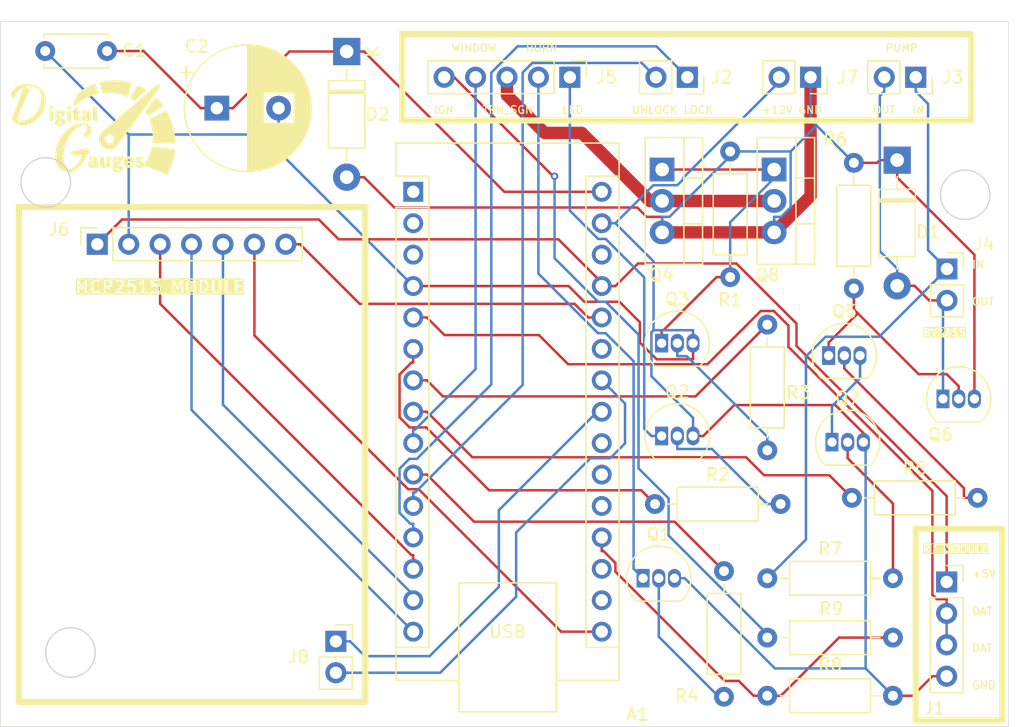
<source format=kicad_pcb>
(kicad_pcb (version 20240108) (generator "pcbnew") (generator_version "8.0")
  (layers (0 "F.Cu" signal) (31 "B.Cu" signal) (34 "B.Paste" user) (35 "F.Paste" user) (36 "B.SilkS" user "B.Silkscreen") (37 "F.SilkS" user "F.Silkscreen") (38 "B.Mask" user) (39 "F.Mask" user) (44 "Edge.Cuts" user))
  (net 0 "")
  (net 2 "/GND")
  (net 3 "/+5V")
  (net 4 "/vidros")
  (net 5 "/INT_MCP")
  (net 8 "/SCK_MCP")
  (net 9 "/unlock")
  (net 11 "/extra1")
  (net 12 "/pos_chave_Uc")
  (net 14 "/CS_MCP")
  (net 15 "/+12V_filtered")
  (net 17 "/sirene_uC")
  (net 18 "/bomba_uC")
  (net 20 "/SO_MCP")
  (net 21 "/lock")
  (net 23 "/DATA")
  (net 24 "/led_central_uC")
  (net 26 "/SI_MCP")
  (net 27 "/seta_uC")
  (net 29 "/extra2")
  (net 30 "/+12V")
  (net 31 "/bomba_out")
  (net 32 "/bomba_in")
  (net 33 "/sirene")
  (net 34 "/pos_chave_signal")
  (net 35 "/led_central")
  (net 36 "/seta")
  (net 37 "Net-(Q1-B)")
  (net 38 "Net-(Q2-B)")
  (net 39 "Net-(Q3-C)")
  (net 40 "Net-(Q3-B)")
  (net 41 "Net-(Q5-B)")
  (net 42 "Net-(Q5-C)")
  (net 43 "Net-(Q5-E)")
  (net 44 "Net-(Q7-B)")
  (footprint "Connector_PinSocket_2.54mm:PinSocket_1x07_P2.54mm_Vertical" (layer "F.Cu") (at 78.34 70.5 90)
    (property "Reference" "J6" (at 1.21 -3.1 180) (layer "F.SilkS"))
    (property "Value" "Conn_01x07_Pin")
    (pad "1" thru_hole rect (at 0 0 90) (size 1.7 1.7) (drill 1) (layers "*.Cu" "*.Mask") (net 3 "/+5V"))
    (pad "2" thru_hole oval (at 0 2.54 90) (size 1.7 1.7) (drill 1) (layers "*.Cu" "*.Mask") (net 2 "/GND"))
    (pad "3" thru_hole oval (at 0 5.08 90) (size 1.7 1.7) (drill 1) (layers "*.Cu" "*.Mask") (net 14 "/CS_MCP"))
    (pad "4" thru_hole oval (at 0 7.62 90) (size 1.7 1.7) (drill 1) (layers "*.Cu" "*.Mask") (net 20 "/SO_MCP"))
    (pad "5" thru_hole oval (at 0 10.16 90) (size 1.7 1.7) (drill 1) (layers "*.Cu" "*.Mask") (net 26 "/SI_MCP"))
    (pad "6" thru_hole oval (at 0 12.7 90) (size 1.7 1.7) (drill 1) (layers "*.Cu" "*.Mask") (net 8 "/SCK_MCP"))
    (pad "7" thru_hole oval (at 0 15.24 90) (size 1.7 1.7) (drill 1) (layers "*.Cu" "*.Mask") (net 5 "/INT_MCP"))
  )
  (footprint "Resistor_THT:R_Axial_DIN0207_L6.3mm_D2.5mm_P10.16mm_Horizontal" (layer "F.Cu") (at 142.66 107 180)
    (property "Reference" "R8" (at 5.08 2.5 180) (layer "F.SilkS"))
    (property "Value" "56k")
    (pad "1" thru_hole circle (at 0 0 180) (size 1.6 1.6) (drill 0.8) (layers "*.Cu" "*.Mask") (net 2 "/GND"))
    (pad "2" thru_hole oval (at 10.16 0 180) (size 1.6 1.6) (drill 0.8) (layers "*.Cu" "*.Mask") (net 12 "/pos_chave_Uc"))
  )
  (footprint "Package_TO_SOT_THT:TO-220-3_Vertical" (layer "F.Cu") (at 133.055 64.46 -90)
    (property "Reference" "Q8" (at 8.54 0.555 0) (layer "F.SilkS"))
    (property "Value" "TIP42C")
    (pad "1" thru_hole rect (at 0 0 270) (size 1.905 2) (drill 1.1) (layers "*.Cu" "*.Mask") (net 39 "Net-(Q3-C)"))
    (pad "2" thru_hole oval (at 2.54 0 270) (size 1.905 2) (drill 1.1) (layers "*.Cu" "*.Mask") (net 36 "/seta"))
    (pad "3" thru_hole oval (at 5.08 0 270) (size 1.905 2) (drill 1.1) (layers "*.Cu" "*.Mask") (net 30 "/+12V"))
  )
  (footprint "Resistor_THT:R_Axial_DIN0207_L6.3mm_D2.5mm_P10.16mm_Horizontal" (layer "F.Cu") (at 132.5 77 -90)
    (property "Reference" "R3" (at 5.5 -2.5 0) (layer "F.SilkS"))
    (property "Value" "1k")
    (pad "1" thru_hole circle (at 0 0 270) (size 1.6 1.6) (drill 0.8) (layers "*.Cu" "*.Mask") (net 27 "/seta_uC"))
    (pad "2" thru_hole oval (at 10.16 0 270) (size 1.6 1.6) (drill 0.8) (layers "*.Cu" "*.Mask") (net 40 "Net-(Q3-B)"))
  )
  (footprint "Capacitor_THT:CP_Radial_D10.0mm_P5.00mm" (layer "F.Cu") (at 88 59.5)
    (property "Reference" "C2" (at -1.632323 -5 0) (layer "F.SilkS"))
    (property "Value" "47u")
    (pad "1" thru_hole rect (at 0 0) (size 2 2) (drill 1) (layers "*.Cu" "*.Mask") (net 15 "/+12V_filtered"))
    (pad "2" thru_hole circle (at 5 0) (size 2 2) (drill 1) (layers "*.Cu" "*.Mask") (net 2 "/GND"))
  )
  (footprint "Resistor_THT:R_Axial_DIN0207_L6.3mm_D2.5mm_P10.16mm_Horizontal" (layer "F.Cu") (at 132.5 97.5)
    (property "Reference" "R7" (at 5.08 -2.37 0) (layer "F.SilkS"))
    (property "Value" "1k")
    (pad "1" thru_hole circle (at 0 0) (size 1.6 1.6) (drill 0.8) (layers "*.Cu" "*.Mask") (net 32 "/bomba_in"))
    (pad "2" thru_hole oval (at 10.16 0) (size 1.6 1.6) (drill 0.8) (layers "*.Cu" "*.Mask") (net 44 "Net-(Q7-B)"))
  )
  (footprint "Resistor_THT:R_Axial_DIN0207_L6.3mm_D2.5mm_P10.16mm_Horizontal" (layer "F.Cu") (at 129 96.92 -90)
    (property "Reference" "R4" (at 10.08 3 0) (layer "F.SilkS"))
    (property "Value" "1k")
    (pad "1" thru_hole circle (at 0 0 270) (size 1.6 1.6) (drill 0.8) (layers "*.Cu" "*.Mask") (net 17 "/sirene_uC"))
    (pad "2" thru_hole oval (at 10.16 0 270) (size 1.6 1.6) (drill 0.8) (layers "*.Cu" "*.Mask") (net 37 "Net-(Q1-B)"))
  )
  (footprint "Resistor_THT:R_Axial_DIN0207_L6.3mm_D2.5mm_P10.16mm_Horizontal" (layer "F.Cu") (at 139.5 63.92 -90)
    (property "Reference" "R6" (at -1.92 1.5 0) (layer "F.SilkS"))
    (property "Value" "1k")
    (pad "1" thru_hole circle (at 0 0 270) (size 1.6 1.6) (drill 0.8) (layers "*.Cu" "*.Mask") (net 30 "/+12V"))
    (pad "2" thru_hole oval (at 10.16 0 270) (size 1.6 1.6) (drill 0.8) (layers "*.Cu" "*.Mask") (net 42 "Net-(Q5-C)"))
  )
  (footprint "Diode_THT:D_DO-41_SOD81_P10.16mm_Horizontal" (layer "F.Cu") (at 143 63.7 -90)
    (property "Reference" "D1" (at 5.8 -2.5 180) (layer "F.SilkS"))
    (property "Value" "1N4007")
    (pad "1" thru_hole rect (at 0 0 270) (size 2.2 2.2) (drill 1.1) (layers "*.Cu" "*.Mask") (net 30 "/+12V"))
    (pad "2" thru_hole oval (at 10.16 0 270) (size 2.2 2.2) (drill 1.1) (layers "*.Cu" "*.Mask") (net 31 "/bomba_out"))
  )
  (footprint "Package_TO_SOT_THT:TO-92_Inline" (layer "F.Cu") (at 123.96 78.5)
    (property "Reference" "Q3" (at 1.27 -3.56 0) (layer "F.SilkS"))
    (property "Value" "BC547")
    (pad "1" thru_hole rect (at 0 0) (size 1.05 1.5) (drill 0.75) (layers "*.Cu" "*.Mask") (net 39 "Net-(Q3-C)"))
    (pad "2" thru_hole oval (at 1.27 0) (size 1.05 1.5) (drill 0.75) (layers "*.Cu" "*.Mask") (net 40 "Net-(Q3-B)"))
    (pad "3" thru_hole oval (at 2.54 0) (size 1.05 1.5) (drill 0.75) (layers "*.Cu" "*.Mask") (net 2 "/GND"))
  )
  (footprint "Connector_PinSocket_2.54mm:PinSocket_1x02_P2.54mm_Vertical" (layer "F.Cu") (at 147.025 72.5)
    (property "Reference" "J4" (at 2.975 -2 0) (layer "F.SilkS"))
    (property "Value" "Conn_01x02_Pin")
    (pad "1" thru_hole rect (at 0 0) (size 1.7 1.7) (drill 1) (layers "*.Cu" "*.Mask") (net 32 "/bomba_in"))
    (pad "2" thru_hole oval (at 0 2.54) (size 1.7 1.7) (drill 1) (layers "*.Cu" "*.Mask") (net 31 "/bomba_out"))
  )
  (footprint "Package_TO_SOT_THT:TO-92_Inline" (layer "F.Cu") (at 137.73 86.5)
    (property "Reference" "Q7" (at 1.27 -3.56 0) (layer "F.SilkS"))
    (property "Value" "BC547")
    (pad "1" thru_hole rect (at 0 0) (size 1.05 1.5) (drill 0.75) (layers "*.Cu" "*.Mask") (net 43 "Net-(Q5-E)"))
    (pad "2" thru_hole oval (at 1.27 0) (size 1.05 1.5) (drill 0.75) (layers "*.Cu" "*.Mask") (net 44 "Net-(Q7-B)"))
    (pad "3" thru_hole oval (at 2.54 0) (size 1.05 1.5) (drill 0.75) (layers "*.Cu" "*.Mask") (net 2 "/GND"))
  )
  (footprint "Module:Arduino_Nano" (layer "F.Cu") (at 103.88 66.26)
    (property "Reference" "A1" (at 18.12 42.24 0) (layer "F.SilkS"))
    (property "Value" "Arduino_Nano_v2.x")
    (fp_text user "USB" (at 7.62 35.56 0) (layer "F.SilkS"))
    (pad "1" thru_hole rect (at 0 0) (size 1.6 1.6) (drill 1) (layers "*.Cu" "*.Mask"))
    (pad "2" thru_hole oval (at 0 2.54) (size 1.6 1.6) (drill 1) (layers "*.Cu" "*.Mask"))
    (pad "3" thru_hole oval (at 0 5.08) (size 1.6 1.6) (drill 1) (layers "*.Cu" "*.Mask"))
    (pad "4" thru_hole oval (at 0 7.62) (size 1.6 1.6) (drill 1) (layers "*.Cu" "*.Mask") (net 2 "/GND"))
    (pad "5" thru_hole oval (at 0 10.16) (size 1.6 1.6) (drill 1) (layers "*.Cu" "*.Mask") (net 23 "/DATA"))
    (pad "6" thru_hole oval (at 0 12.7) (size 1.6 1.6) (drill 1) (layers "*.Cu" "*.Mask") (net 24 "/led_central_uC"))
    (pad "7" thru_hole oval (at 0 15.24) (size 1.6 1.6) (drill 1) (layers "*.Cu" "*.Mask") (net 27 "/seta_uC"))
    (pad "8" thru_hole oval (at 0 17.78) (size 1.6 1.6) (drill 1) (layers "*.Cu" "*.Mask") (net 18 "/bomba_uC"))
    (pad "9" thru_hole oval (at 0 20.32) (size 1.6 1.6) (drill 1) (layers "*.Cu" "*.Mask") (net 4 "/vidros"))
    (pad "10" thru_hole oval (at 0 22.86) (size 1.6 1.6) (drill 1) (layers "*.Cu" "*.Mask") (net 17 "/sirene_uC"))
    (pad "11" thru_hole oval (at 0 25.4) (size 1.6 1.6) (drill 1) (layers "*.Cu" "*.Mask") (net 9 "/unlock"))
    (pad "12" thru_hole oval (at 0 27.94) (size 1.6 1.6) (drill 1) (layers "*.Cu" "*.Mask") (net 21 "/lock"))
    (pad "13" thru_hole oval (at 0 30.48) (size 1.6 1.6) (drill 1) (layers "*.Cu" "*.Mask") (net 14 "/CS_MCP"))
    (pad "14" thru_hole oval (at 0 33.02) (size 1.6 1.6) (drill 1) (layers "*.Cu" "*.Mask") (net 26 "/SI_MCP"))
    (pad "15" thru_hole oval (at 0 35.56) (size 1.6 1.6) (drill 1) (layers "*.Cu" "*.Mask") (net 20 "/SO_MCP"))
    (pad "16" thru_hole oval (at 15.24 35.56) (size 1.6 1.6) (drill 1) (layers "*.Cu" "*.Mask") (net 8 "/SCK_MCP"))
    (pad "17" thru_hole oval (at 15.24 33.02) (size 1.6 1.6) (drill 1) (layers "*.Cu" "*.Mask"))
    (pad "18" thru_hole oval (at 15.24 30.48) (size 1.6 1.6) (drill 1) (layers "*.Cu" "*.Mask"))
    (pad "19" thru_hole oval (at 15.24 27.94) (size 1.6 1.6) (drill 1) (layers "*.Cu" "*.Mask") (net 12 "/pos_chave_Uc"))
    (pad "20" thru_hole oval (at 15.24 25.4) (size 1.6 1.6) (drill 1) (layers "*.Cu" "*.Mask"))
    (pad "21" thru_hole oval (at 15.24 22.86) (size 1.6 1.6) (drill 1) (layers "*.Cu" "*.Mask"))
    (pad "22" thru_hole oval (at 15.24 20.32) (size 1.6 1.6) (drill 1) (layers "*.Cu" "*.Mask"))
    (pad "23" thru_hole oval (at 15.24 17.78) (size 1.6 1.6) (drill 1) (layers "*.Cu" "*.Mask") (net 11 "/extra1"))
    (pad "24" thru_hole oval (at 15.24 15.24) (size 1.6 1.6) (drill 1) (layers "*.Cu" "*.Mask") (net 29 "/extra2"))
    (pad "25" thru_hole oval (at 15.24 12.7) (size 1.6 1.6) (drill 1) (layers "*.Cu" "*.Mask"))
    (pad "26" thru_hole oval (at 15.24 10.16) (size 1.6 1.6) (drill 1) (layers "*.Cu" "*.Mask") (net 5 "/INT_MCP"))
    (pad "27" thru_hole oval (at 15.24 7.62) (size 1.6 1.6) (drill 1) (layers "*.Cu" "*.Mask") (net 3 "/+5V"))
    (pad "28" thru_hole oval (at 15.24 5.08) (size 1.6 1.6) (drill 1) (layers "*.Cu" "*.Mask"))
    (pad "29" thru_hole oval (at 15.24 2.54) (size 1.6 1.6) (drill 1) (layers "*.Cu" "*.Mask") (net 2 "/GND"))
    (pad "30" thru_hole oval (at 15.24 0) (size 1.6 1.6) (drill 1) (layers "*.Cu" "*.Mask") (net 15 "/+12V_filtered"))
  )
  (footprint "Connector_PinSocket_2.54mm:PinSocket_1x02_P2.54mm_Vertical" (layer "F.Cu") (at 136 57 -90)
    (property "Reference" "J7" (at 0 -3 0) (layer "F.SilkS"))
    (property "Value" "Conn_01x02_Pin")
    (pad "1" thru_hole rect (at 0 0 270) (size 1.7 1.7) (drill 1) (layers "*.Cu" "*.Mask") (net 30 "/+12V"))
    (pad "2" thru_hole oval (at 0 2.54 270) (size 1.7 1.7) (drill 1) (layers "*.Cu" "*.Mask") (net 2 "/GND"))
  )
  (footprint "Connector_PinSocket_2.54mm:PinSocket_1x04_P2.54mm_Vertical" (layer "F.Cu") (at 147 97.8)
    (property "Reference" "J1" (at -1 10.2 0) (layer "F.SilkS"))
    (property "Value" "Conn_01x04_Pin")
    (pad "1" thru_hole rect (at 0 0) (size 1.7 1.7) (drill 1) (layers "*.Cu" "*.Mask") (net 3 "/+5V"))
    (pad "2" thru_hole oval (at 0 2.54) (size 1.7 1.7) (drill 1) (layers "*.Cu" "*.Mask") (net 23 "/DATA"))
    (pad "3" thru_hole oval (at 0 5.08) (size 1.7 1.7) (drill 1) (layers "*.Cu" "*.Mask") (net 23 "/DATA"))
    (pad "4" thru_hole oval (at 0 7.62) (size 1.7 1.7) (drill 1) (layers "*.Cu" "*.Mask") (net 2 "/GND"))
  )
  (footprint "Resistor_THT:R_Axial_DIN0207_L6.3mm_D2.5mm_P10.16mm_Horizontal" (layer "F.Cu") (at 123.42 91.5)
    (property "Reference" "R2" (at 5.08 -2.37 0) (layer "F.SilkS"))
    (property "Value" "1k")
    (pad "1" thru_hole circle (at 0 0) (size 1.6 1.6) (drill 0.8) (layers "*.Cu" "*.Mask") (net 24 "/led_central_uC"))
    (pad "2" thru_hole oval (at 10.16 0) (size 1.6 1.6) (drill 0.8) (layers "*.Cu" "*.Mask") (net 38 "Net-(Q2-B)"))
  )
  (footprint "Package_TO_SOT_THT:TO-220-3_Vertical" (layer "F.Cu") (at 124 64.46 -90)
    (property "Reference" "Q4" (at 8.54 0.055 0) (layer "F.SilkS"))
    (property "Value" "TIP42C")
    (pad "1" thru_hole rect (at 0 0 270) (size 1.905 2) (drill 1.1) (layers "*.Cu" "*.Mask") (net 39 "Net-(Q3-C)"))
    (pad "2" thru_hole oval (at 2.54 0 270) (size 1.905 2) (drill 1.1) (layers "*.Cu" "*.Mask") (net 36 "/seta"))
    (pad "3" thru_hole oval (at 5.08 0 270) (size 1.905 2) (drill 1.1) (layers "*.Cu" "*.Mask") (net 30 "/+12V"))
  )
  (footprint "Package_TO_SOT_THT:TO-92_Inline" (layer "F.Cu") (at 137.46 79.5)
    (property "Reference" "Q5" (at 1.27 -3.56 0) (layer "F.SilkS"))
    (property "Value" "BC547")
    (pad "1" thru_hole rect (at 0 0) (size 1.05 1.5) (drill 0.75) (layers "*.Cu" "*.Mask") (net 42 "Net-(Q5-C)"))
    (pad "2" thru_hole oval (at 1.27 0) (size 1.05 1.5) (drill 0.75) (layers "*.Cu" "*.Mask") (net 41 "Net-(Q5-B)"))
    (pad "3" thru_hole oval (at 2.54 0) (size 1.05 1.5) (drill 0.75) (layers "*.Cu" "*.Mask") (net 43 "Net-(Q5-E)"))
  )
  (footprint "Connector_PinSocket_2.54mm:PinSocket_1x02_P2.54mm_Vertical" (layer "F.Cu") (at 97.625 102.6)
    (property "Reference" "J8" (at -3.025 1.25 0) (layer "F.SilkS"))
    (property "Value" "Conn_01x02_Pin")
    (pad "1" thru_hole rect (at 0 0) (size 1.7 1.7) (drill 1) (layers "*.Cu" "*.Mask") (net 11 "/extra1"))
    (pad "2" thru_hole oval (at 0 2.54) (size 1.7 1.7) (drill 1) (layers "*.Cu" "*.Mask") (net 29 "/extra2"))
  )
  (footprint "Connector_PinSocket_2.54mm:PinSocket_1x02_P2.54mm_Vertical" (layer "F.Cu") (at 144.5 57 -90)
    (property "Reference" "J3" (at 0 -3 180) (layer "F.SilkS"))
    (property "Value" "Conn_01x02_Pin")
    (pad "1" thru_hole rect (at 0 0 270) (size 1.7 1.7) (drill 1) (layers "*.Cu" "*.Mask") (net 32 "/bomba_in"))
    (pad "2" thru_hole oval (at 0 2.54 270) (size 1.7 1.7) (drill 1) (layers "*.Cu" "*.Mask") (net 31 "/bomba_out"))
  )
  (footprint "Resistor_THT:R_Axial_DIN0207_L6.3mm_D2.5mm_P10.16mm_Horizontal" (layer "F.Cu") (at 129.5 63 -90)
    (property "Reference" "R1" (at 12 0 0) (layer "F.SilkS"))
    (property "Value" "1k")
    (pad "1" thru_hole circle (at 0 0 270) (size 1.6 1.6) (drill 0.8) (layers "*.Cu" "*.Mask") (net 30 "/+12V"))
    (pad "2" thru_hole oval (at 10.16 0 270) (size 1.6 1.6) (drill 0.8) (layers "*.Cu" "*.Mask") (net 39 "Net-(Q3-C)"))
  )
  (footprint "Resistor_THT:R_Axial_DIN0207_L6.3mm_D2.5mm_P10.16mm_Horizontal" (layer "F.Cu") (at 142.66 102.3 180)
    (property "Reference" "R9" (at 5 2.34 180) (layer "F.SilkS"))
    (property "Value" "100k")
    (pad "1" thru_hole circle (at 0 0 180) (size 1.6 1.6) (drill 0.8) (layers "*.Cu" "*.Mask") (net 12 "/pos_chave_Uc"))
    (pad "2" thru_hole oval (at 10.16 0 180) (size 1.6 1.6) (drill 0.8) (layers "*.Cu" "*.Mask") (net 34 "/pos_chave_signal"))
  )
  (footprint "Package_TO_SOT_THT:TO-92_Inline" (layer "F.Cu") (at 122.46 97.5)
    (property "Reference" "Q1" (at 1.27 -3.56 0) (layer "F.SilkS"))
    (property "Value" "BC547")
    (pad "1" thru_hole rect (at 0 0) (size 1.05 1.5) (drill 0.75) (layers "*.Cu" "*.Mask") (net 33 "/sirene"))
    (pad "2" thru_hole oval (at 1.27 0) (size 1.05 1.5) (drill 0.75) (layers "*.Cu" "*.Mask") (net 37 "Net-(Q1-B)"))
    (pad "3" thru_hole oval (at 2.54 0) (size 1.05 1.5) (drill 0.75) (layers "*.Cu" "*.Mask") (net 2 "/GND"))
  )
  (footprint "Connector_PinSocket_2.54mm:PinSocket_1x02_P2.54mm_Vertical" (layer "F.Cu") (at 126.04 57 -90)
    (property "Reference" "J2" (at 0 -2.77 0) (layer "F.SilkS"))
    (property "Value" "Conn_01x02_Pin")
    (pad "1" thru_hole rect (at 0 0 270) (size 1.7 1.7) (drill 1) (layers "*.Cu" "*.Mask") (net 21 "/lock"))
    (pad "2" thru_hole oval (at 0 2.54 270) (size 1.7 1.7) (drill 1) (layers "*.Cu" "*.Mask") (net 9 "/unlock"))
  )
  (footprint "Diode_THT:D_DO-41_SOD81_P10.16mm_Horizontal" (layer "F.Cu") (at 98.5 54.92 -90)
    (property "Reference" "D2" (at 5.08 -2.5 0) (layer "F.SilkS"))
    (property "Value" "1N4007")
    (fp_text user "K" (at 0 -2.1 90) (layer "F.SilkS"))
    (pad "1" thru_hole rect (at 0 0 270) (size 2.2 2.2) (drill 1.1) (layers "*.Cu" "*.Mask") (net 15 "/+12V_filtered"))
    (pad "2" thru_hole oval (at 10.16 0 270) (size 2.2 2.2) (drill 1.1) (layers "*.Cu" "*.Mask") (net 30 "/+12V"))
  )
  (footprint "Connector_PinHeader_2.54mm:PinHeader_1x05_P2.54mm_Vertical" (layer "F.Cu") (at 116.54 57 -90)
    (property "Reference" "J5" (at 0 -2.96 0) (layer "F.SilkS"))
    (property "Value" "Conn_01x05_Pin")
    (pad "1" thru_hole rect (at 0 0 270) (size 1.7 1.7) (drill 1) (layers "*.Cu" "*.Mask") (net 35 "/led_central"))
    (pad "2" thru_hole oval (at 0 2.54 270) (size 1.7 1.7) (drill 1) (layers "*.Cu" "*.Mask") (net 33 "/sirene"))
    (pad "3" thru_hole oval (at 0 5.08 270) (size 1.7 1.7) (drill 1) (layers "*.Cu" "*.Mask") (net 36 "/seta"))
    (pad "4" thru_hole oval (at 0 7.62 270) (size 1.7 1.7) (drill 1) (layers "*.Cu" "*.Mask") (net 4 "/vidros"))
    (pad "5" thru_hole oval (at 0 10.16 270) (size 1.7 1.7) (drill 1) (layers "*.Cu" "*.Mask") (net 34 "/pos_chave_signal"))
  )
  (footprint "Package_TO_SOT_THT:TO-92_Inline" (layer "F.Cu") (at 123.96 86)
    (property "Reference" "Q2" (at 1.27 -3.56 0) (layer "F.SilkS"))
    (property "Value" "BC547")
    (pad "1" thru_hole rect (at 0 0) (size 1.05 1.5) (drill 0.75) (layers "*.Cu" "*.Mask") (net 35 "/led_central"))
    (pad "2" thru_hole oval (at 1.27 0) (size 1.05 1.5) (drill 0.75) (layers "*.Cu" "*.Mask") (net 38 "Net-(Q2-B)"))
    (pad "3" thru_hole oval (at 2.54 0) (size 1.05 1.5) (drill 0.75) (layers "*.Cu" "*.Mask") (net 2 "/GND"))
  )
  (footprint "Resistor_THT:R_Axial_DIN0207_L6.3mm_D2.5mm_P10.16mm_Horizontal" (layer "F.Cu") (at 139.34 91)
    (property "Reference" "R5" (at 5.08 -2.37 0) (layer "F.SilkS"))
    (property "Value" "1k")
    (pad "1" thru_hole circle (at 0 0) (size 1.6 1.6) (drill 0.8) (layers "*.Cu" "*.Mask") (net 18 "/bomba_uC"))
    (pad "2" thru_hole oval (at 10.16 0) (size 1.6 1.6) (drill 0.8) (layers "*.Cu" "*.Mask") (net 41 "Net-(Q5-B)"))
  )
  (footprint "logo:20mm" (layer "F.Cu") (at 78.63 60)
    (property "Reference" "G***" (hide yes))
    (property "Value" "LOGO" (hide yes))
  )
  (footprint "Capacitor_THT:C_Disc_D5.0mm_W2.5mm_P5.00mm" (layer "F.Cu") (at 79.13 54.88 180)
    (property "Reference" "C1" (at -2.21 0.05 180) (layer "F.SilkS"))
    (property "Value" "100n")
    (pad "1" thru_hole circle (at 0 0 180) (size 1.6 1.6) (drill 0.8) (layers "*.Cu" "*.Mask") (net 15 "/+12V_filtered"))
    (pad "2" thru_hole circle (at 5 0 180) (size 1.6 1.6) (drill 0.8) (layers "*.Cu" "*.Mask") (net 2 "/GND"))
  )
  (footprint "Package_TO_SOT_THT:TO-92_Inline" (layer "F.Cu") (at 146.705 83)
    (property "Reference" "Q6" (at -0.205 2.89 0) (layer "F.SilkS"))
    (property "Value" "BC557")
    (pad "1" thru_hole rect (at 0 0) (size 1.05 1.5) (drill 0.75) (layers "*.Cu" "*.Mask") (net 31 "/bomba_out"))
    (pad "2" thru_hole oval (at 1.27 0) (size 1.05 1.5) (drill 0.75) (layers "*.Cu" "*.Mask") (net 42 "Net-(Q5-C)"))
    (pad "3" thru_hole oval (at 2.54 0) (size 1.05 1.5) (drill 0.75) (layers "*.Cu" "*.Mask") (net 30 "/+12V"))
  )
  (gr_rect (start 103 53.5) (end 149 60.5) (stroke (width 0.5)) (fill none) (layer "F.SilkS"))
  (gr_rect (start 144.5 93.5) (end 151.5 109) (stroke (width 0.5)) (fill none) (layer "F.SilkS"))
  (gr_rect (start 72 67.5) (end 100 107.5) (stroke (width 0.5)) (fill none) (layer "F.SilkS"))
  (gr_rect (start 70.5 52.5) (end 152 109.5) (stroke (width 0.05)) (fill none) (layer "Edge.Cuts"))
  (gr_circle (center 76.171573 103.5) (end 78.171573 103.5) (stroke (width 0.1)) (fill none) (layer "Edge.Cuts"))
  (gr_circle (center 148.5 66.5) (end 150.5 66.5) (stroke (width 0.1)) (fill none) (layer "Edge.Cuts"))
  (gr_circle (center 74.171573 65.5) (end 76.171573 65.5) (stroke (width 0.1)) (fill none) (layer "Edge.Cuts"))
  (gr_text "UNLOCK LOCK" (at 121.5 60 0) (layer "F.SilkS") (effects (font (size 0.62 0.62) (thickness 0.1)) (justify left bottom)))
  (gr_text "OUT   IN" (at 141 60 0) (layer "F.SilkS") (effects (font (size 0.62 0.62) (thickness 0.1)) (justify left bottom)))
  (gr_text "+12V GND" (at 132 60 0) (layer "F.SilkS") (effects (font (size 0.62 0.62) (thickness 0.1)) (justify left bottom)))
  (gr_text "BYPASS" (at 145.025 78 0) (layer "F.SilkS" knockout) (effects (font (size 0.62 0.62) (thickness 0.1)) (justify left bottom)))
  (gr_text "   WINDOW     HORN" (at 105.5 55 0) (layer "F.SilkS") (effects (font (size 0.62 0.62) (thickness 0.1)) (justify left bottom)))
  (gr_text "IN\n\n\nOUT" (at 149 75.5 0) (layer "F.SilkS") (effects (font (size 0.62 0.62) (thickness 0.1)) (justify left bottom)))
  (gr_text "IGN     TRN_SGN     LED" (at 105.5 60 0) (layer "F.SilkS") (effects (font (size 0.62 0.62) (thickness 0.1)) (justify left bottom)))
  (gr_text "MCP2515 MODULE\n" (at 76.48 74.54 0) (layer "F.SilkS" knockout) (effects (font (size 1 1) (thickness 0.1)) (justify left bottom)))
  (gr_text "RF MODULE" (at 145 95.5 0) (layer "F.SilkS" knockout) (effects (font (size 0.62 0.62) (thickness 0.1)) (justify left bottom)))
  (gr_text "+5V\n\n\nDAT\n\n\nDAT\n\n\nGND" (at 149 106.5 0) (layer "F.SilkS") (effects (font (size 0.62 0.62) (thickness 0.1)) (justify left bottom)))
  (gr_text "PUMP" (at 142 55 0) (layer "F.SilkS") (effects (font (size 0.62 0.62) (thickness 0.1)) (justify left bottom)))
  (segment (start 140.27 85.77) (end 140.27 86.5) (width 0.2) (layer "F.Cu") (net 2))
  (segment (start 117.709 75.15) (end 120.55 75.15) (width 0.2) (layer "F.Cu") (net 2))
  (segment (start 127.327 86) (end 129.827 83.5) (width 0.2) (layer "F.Cu") (net 2))
  (segment (start 126.5 86) (end 127.327 86) (width 0.2) (layer "F.Cu") (net 2))
  (segment (start 126.5 79.8) (end 126.5 78.5) (width 0.2) (layer "F.Cu") (net 2))
  (segment (start 116.439 73.88) (end 117.709 75.15) (width 0.2) (layer "F.Cu") (net 2))
  (segment (start 144.268 107) (end 142.66 107) (width 0.2) (layer "F.Cu") (net 2))
  (segment (start 103.88 73.88) (end 116.439 73.88) (width 0.2) (layer "F.Cu") (net 2))
  (segment (start 120.55 75.15) (end 122.2 76.8) (width 0.2) (layer "F.Cu") (net 2))
  (segment (start 145.848 105.42) (end 144.268 107) (width 0.2) (layer "F.Cu") (net 2))
  (segment (start 138 83.5) (end 140.27 85.77) (width 0.2) (layer "F.Cu") (net 2))
  (segment (start 123.558 79.8) (end 126.5 79.8) (width 0.2) (layer "F.Cu") (net 2))
  (segment (start 147 105.42) (end 145.848 105.42) (width 0.2) (layer "F.Cu") (net 2))
  (segment (start 122.2 78.4417) (end 123.558 79.8) (width 0.2) (layer "F.Cu") (net 2))
  (segment (start 122.2 76.8) (end 122.2 78.4417) (width 0.2) (layer "F.Cu") (net 2))
  (segment (start 129.827 83.5) (end 138 83.5) (width 0.2) (layer "F.Cu") (net 2))
  (segment (start 80.88 61.63) (end 80.88 70.5) (width 0.2) (layer "B.Cu") (net 2))
  (segment (start 91.63 61.63) (end 80.88 61.63) (width 0.2) (layer "B.Cu") (net 2))
  (segment (start 126.5 86) (end 126.5 84.5356) (width 0.2) (layer "B.Cu") (net 2))
  (segment (start 140.451 104.791) (end 133.118 104.791) (width 0.2) (layer "B.Cu") (net 2))
  (segment (start 103.88 73.88) (end 93 63) (width 0.2) (layer "B.Cu") (net 2))
  (segment (start 120.222 68.8) (end 123.31 71.8883) (width 0.2) (layer "B.Cu") (net 2))
  (segment (start 119.12 68.8) (end 120.222 68.8) (width 0.2) (layer "B.Cu") (net 2))
  (segment (start 74.13 54.88) (end 80.88 61.63) (width 0.2) (layer "B.Cu") (net 2))
  (segment (start 133.118 104.791) (end 125.827 97.5) (width 0.2) (layer "B.Cu") (net 2))
  (segment (start 93 63) (end 91.63 61.63) (width 0.2) (layer "B.Cu") (net 2))
  (segment (start 123.133 77.625) (end 123.31 77.4483) (width 0.2) (layer "B.Cu") (net 2))
  (segment (start 140.451 104.791) (end 142.66 107) (width 0.2) (layer "B.Cu") (net 2))
  (segment (start 125.73 65.1052) (end 125.73 65.2302) (width 0.2) (layer "B.Cu") (net 2))
  (segment (start 133.46 57.375) (end 125.73 65.1052) (width 0.2) (layer "B.Cu") (net 2))
  (segment (start 125.73 65.2302) (end 125.23 65.73) (width 0.2) (layer "B.Cu") (net 2))
  (segment (start 125.23 65.73) (end 123.292 65.73) (width 0.2) (layer "B.Cu") (net 2))
  (segment (start 93 63) (end 93 59.5) (width 0.2) (layer "B.Cu") (net 2))
  (segment (start 123.133 81.1689) (end 123.133 77.625) (width 0.2) (layer "B.Cu") (net 2))
  (segment (start 126.5 77.4483) (end 126.5 78.5) (width 0.2) (layer "B.Cu") (net 2))
  (segment (start 140.451 86.6812) (end 140.451 104.791) (width 0.2) (layer "B.Cu") (net 2))
  (segment (start 125.827 97.5) (end 125 97.5) (width 0.2) (layer "B.Cu") (net 2))
  (segment (start 123.31 71.8883) (end 123.31 77.4483) (width 0.2) (layer "B.Cu") (net 2))
  (segment (start 140.27 86.5) (end 140.451 86.6812) (width 0.2) (layer "B.Cu") (net 2))
  (segment (start 133.46 57) (end 133.46 57.375) (width 0.2) (layer "B.Cu") (net 2))
  (segment (start 126.5 84.5356) (end 123.133 81.1689) (width 0.2) (layer "B.Cu") (net 2))
  (segment (start 123.31 77.4483) (end 126.5 77.4483) (width 0.2) (layer "B.Cu") (net 2))
  (segment (start 123.292 65.73) (end 120.222 68.8) (width 0.2) (layer "B.Cu") (net 2))
  (segment (start 119.12 73.88) (end 119.396 73.88) (width 0.2) (layer "F.Cu") (net 3))
  (segment (start 119.396 73.88) (end 120.222 73.88) (width 0.2) (layer "F.Cu") (net 3))
  (segment (start 78.34 70.5) (end 80.34 68.5) (width 0.2) (layer "F.Cu") (net 3))
  (segment (start 115.615 70.0998) (end 119.396 73.88) (width 0.2) (layer "F.Cu") (net 3))
  (segment (start 130.006 72.0576) (end 134.863 76.9146) (width 0.2) (layer "F.Cu") (net 3))
  (segment (start 80.34 68.5) (end 96.25 68.5) (width 0.2) (layer "F.Cu") (net 3))
  (segment (start 96.25 68.5) (end 97.8498 70.0998) (width 0.2) (layer "F.Cu") (net 3))
  (segment (start 147 90.8598) (end 147 97.8) (width 0.2) (layer "F.Cu") (net 3))
  (segment (start 120.222 73.88) (end 122.044 72.0576) (width 0.2) (layer "F.Cu") (net 3))
  (segment (start 134.863 76.9146) (end 134.863 78.7225) (width 0.2) (layer "F.Cu") (net 3))
  (segment (start 134.863 78.7225) (end 147 90.8598) (width 0.2) (layer "F.Cu") (net 3))
  (segment (start 122.044 72.0576) (end 130.006 72.0576) (width 0.2) (layer "F.Cu") (net 3))
  (segment (start 97.8498 70.0998) (end 115.615 70.0998) (width 0.2) (layer "F.Cu") (net 3))
  (segment (start 103.88 85.4783) (end 103.88 86.58) (width 0.2) (layer "B.Cu") (net 4))
  (segment (start 108.92 57) (end 108.92 80.5972) (width 0.2) (layer "B.Cu") (net 4))
  (segment (start 104.039 85.4783) (end 103.88 85.4783) (width 0.2) (layer "B.Cu") (net 4))
  (segment (start 108.92 80.5972) (end 104.039 85.4783) (width 0.2) (layer "B.Cu") (net 4))
  (segment (start 93.58 70.5) (end 94.7317 70.5) (width 0.2) (layer "F.Cu") (net 5))
  (segment (start 116.917 75.3183) (end 118.018 76.42) (width 0.2) (layer "F.Cu") (net 5))
  (segment (start 118.018 76.42) (end 119.12 76.42) (width 0.2) (layer "F.Cu") (net 5))
  (segment (start 94.7317 70.5) (end 99.55 75.3183) (width 0.2) (layer "F.Cu") (net 5))
  (segment (start 99.55 75.3183) (end 116.917 75.3183) (width 0.2) (layer "F.Cu") (net 5))
  (segment (start 115.84 101.82) (end 104.324 90.3039) (width 0.2) (layer "F.Cu") (net 8))
  (segment (start 119.12 101.82) (end 115.84 101.82) (width 0.2) (layer "F.Cu") (net 8))
  (segment (start 91.04 77.8727) (end 91.04 70.5) (width 0.2) (layer "F.Cu") (net 8))
  (segment (start 104.324 90.3039) (end 103.471 90.3039) (width 0.2) (layer "F.Cu") (net 8))
  (segment (start 103.471 90.3039) (end 91.04 77.8727) (width 0.2) (layer "F.Cu") (net 8))
  (segment (start 103.88 91.66) (end 103.88 90.5583) (width 0.2) (layer "B.Cu") (net 9))
  (segment (start 112.727 81.8703) (end 112.727 56.6191) (width 0.2) (layer "B.Cu") (net 9))
  (segment (start 122.347 55.8468) (end 123.5 57) (width 0.2) (layer "B.Cu") (net 9))
  (segment (start 103.88 90.5583) (end 104.039 90.5583) (width 0.2) (layer "B.Cu") (net 9))
  (segment (start 112.727 56.6191) (end 113.499 55.8468) (width 0.2) (layer "B.Cu") (net 9))
  (segment (start 113.499 55.8468) (end 122.347 55.8468) (width 0.2) (layer "B.Cu") (net 9))
  (segment (start 104.039 90.5583) (end 112.727 81.8703) (width 0.2) (layer "B.Cu") (net 9))
  (segment (start 105.2 103.8) (end 99.9767 103.8) (width 0.2) (layer "B.Cu") (net 11))
  (segment (start 110.8 98.2) (end 105.2 103.8) (width 0.2) (layer "B.Cu") (net 11))
  (segment (start 119.12 84.04) (end 118.76 84.04) (width 0.2) (layer "B.Cu") (net 11))
  (segment (start 110.8 92) (end 110.8 98.2) (width 0.2) (layer "B.Cu") (net 11))
  (segment (start 118.76 84.04) (end 110.8 92) (width 0.2) (layer "B.Cu") (net 11))
  (segment (start 99.9767 103.8) (end 98.7767 102.6) (width 0.2) (layer "B.Cu") (net 11))
  (segment (start 98.7767 102.6) (end 97.625 102.6) (width 0.2) (layer "B.Cu") (net 11))
  (segment (start 120.222 96.9634) (end 120.222 96.2656) (width 0.2) (layer "F.Cu") (net 12))
  (segment (start 130.198 105.8) (end 129.058 105.8) (width 0.2) (layer "F.Cu") (net 12))
  (segment (start 119.258 95.3017) (end 119.12 95.3017) (width 0.2) (layer "F.Cu") (net 12))
  (segment (start 132.5 107) (end 131.398 107) (width 0.2) (layer "F.Cu") (net 12))
  (segment (start 131.398 107) (end 130.198 105.8) (width 0.2) (layer "F.Cu") (net 12))
  (segment (start 138.302 102.3) (end 142.66 102.3) (width 0.2) (layer "F.Cu") (net 12))
  (segment (start 129.058 105.8) (end 120.222 96.9634) (width 0.2) (layer "F.Cu") (net 12))
  (segment (start 120.222 96.2656) (end 119.258 95.3017) (width 0.2) (layer "F.Cu") (net 12))
  (segment (start 132.5 107) (end 133.602 107) (width 0.2) (layer "F.Cu") (net 12))
  (segment (start 133.602 107) (end 138.302 102.3) (width 0.2) (layer "F.Cu") (net 12))
  (segment (start 119.12 95.3017) (end 119.12 94.2) (width 0.2) (layer "F.Cu") (net 12))
  (segment (start 103.88 95.6383) (end 103.742 95.6383) (width 0.2) (layer "F.Cu") (net 14))
  (segment (start 103.742 95.6383) (end 83.42 75.316) (width 0.2) (layer "F.Cu") (net 14))
  (segment (start 103.88 96.74) (end 103.88 95.6383) (width 0.2) (layer "F.Cu") (net 14))
  (segment (start 83.42 75.316) (end 83.42 70.5) (width 0.2) (layer "F.Cu") (net 14))
  (segment (start 111.242 66.26) (end 99.9017 54.92) (width 0.2) (layer "F.Cu") (net 15))
  (segment (start 89.3017 59.5) (end 88 59.5) (width 0.2) (layer "F.Cu") (net 15))
  (segment (start 93.8817 54.92) (end 89.3017 59.5) (width 0.2) (layer "F.Cu") (net 15))
  (segment (start 119.12 66.26) (end 111.242 66.26) (width 0.2) (layer "F.Cu") (net 15))
  (segment (start 88 59.5) (end 86.6983 59.5) (width 0.2) (layer "F.Cu") (net 15))
  (segment (start 98.5 54.92) (end 93.8817 54.92) (width 0.2) (layer "F.Cu") (net 15))
  (segment (start 99.9017 54.92) (end 98.5 54.92) (width 0.2) (layer "F.Cu") (net 15))
  (segment (start 82.0783 54.88) (end 79.13 54.88) (width 0.2) (layer "F.Cu") (net 15))
  (segment (start 86.6983 59.5) (end 82.0783 54.88) (width 0.2) (layer "F.Cu") (net 15))
  (segment (start 104.982 89.12) (end 103.88 89.12) (width 0.2) (layer "F.Cu") (net 17))
  (segment (start 125.01 92.93) (end 108.792 92.93) (width 0.2) (layer "F.Cu") (net 17))
  (segment (start 129 96.92) (end 125.01 92.93) (width 0.2) (layer "F.Cu") (net 17))
  (segment (start 108.792 92.93) (end 104.982 89.12) (width 0.2) (layer "F.Cu") (net 17))
  (segment (start 132.242 89.1742) (end 137.514 89.1742) (width 0.2) (layer "F.Cu") (net 18))
  (segment (start 103.88 84.04) (end 104.982 84.04) (width 0.2) (layer "F.Cu") (net 18))
  (segment (start 130.788 87.7197) (end 132.242 89.1742) (width 0.2) (layer "F.Cu") (net 18))
  (segment (start 104.982 84.04) (end 108.661 87.7197) (width 0.2) (layer "F.Cu") (net 18))
  (segment (start 137.514 89.1742) (end 139.34 91) (width 0.2) (layer "F.Cu") (net 18))
  (segment (start 108.661 87.7197) (end 130.788 87.7197) (width 0.2) (layer "F.Cu") (net 18))
  (segment (start 103.88 101.82) (end 85.96 83.9) (width 0.2) (layer "B.Cu") (net 20))
  (segment (start 85.96 83.9) (end 85.96 70.5) (width 0.2) (layer "B.Cu") (net 20))
  (segment (start 104.175 87.85) (end 103.565 87.85) (width 0.2) (layer "B.Cu") (net 21))
  (segment (start 103.652 93.0983) (end 103.88 93.0983) (width 0.2) (layer "B.Cu") (net 21))
  (segment (start 103.565 87.85) (end 102.774 88.6406) (width 0.2) (layer "B.Cu") (net 21))
  (segment (start 102.774 88.6406) (end 102.774 92.2206) (width 0.2) (layer "B.Cu") (net 21))
  (segment (start 103.88 93.0983) (end 103.88 94.2) (width 0.2) (layer "B.Cu") (net 21))
  (segment (start 126.04 57) (end 123.54 54.5) (width 0.2) (layer "B.Cu") (net 21))
  (segment (start 110.19 81.835) (end 104.175 87.85) (width 0.2) (layer "B.Cu") (net 21))
  (segment (start 102.774 92.2206) (end 103.652 93.0983) (width 0.2) (layer "B.Cu") (net 21))
  (segment (start 112.318 54.5) (end 110.19 56.6283) (width 0.2) (layer "B.Cu") (net 21))
  (segment (start 123.54 54.5) (end 112.318 54.5) (width 0.2) (layer "B.Cu") (net 21))
  (segment (start 110.19 56.6283) (end 110.19 81.835) (width 0.2) (layer "B.Cu") (net 21))
  (segment (start 147 99.1883) (end 147 100.34) (width 0.2) (layer "F.Cu") (net 23))
  (segment (start 145.848 98.8284) (end 146.208 99.1883) (width 0.2) (layer "F.Cu") (net 23))
  (segment (start 103.88 76.42) (end 104.982 76.42) (width 0.2) (layer "F.Cu") (net 23))
  (segment (start 133.031 75.8956) (end 134.213 77.0773) (width 0.2) (layer "F.Cu") (net 23))
  (segment (start 145.848 90.4377) (end 145.848 98.8284) (width 0.2) (layer "F.Cu") (net 23))
  (segment (start 104.982 76.42) (end 106.403 77.8417) (width 0.2) (layer "F.Cu") (net 23))
  (segment (start 106.403 77.8417) (end 114.042 77.8417) (width 0.2) (layer "F.Cu") (net 23))
  (segment (start 127.663 80.2) (end 131.968 75.8956) (width 0.2) (layer "F.Cu") (net 23))
  (segment (start 146.208 99.1883) (end 147 99.1883) (width 0.2) (layer "F.Cu") (net 23))
  (segment (start 116.4 80.2) (end 127.663 80.2) (width 0.2) (layer "F.Cu") (net 23))
  (segment (start 134.213 77.0773) (end 134.213 78.8022) (width 0.2) (layer "F.Cu") (net 23))
  (segment (start 134.213 78.8022) (end 145.848 90.4377) (width 0.2) (layer "F.Cu") (net 23))
  (segment (start 131.968 75.8956) (end 133.031 75.8956) (width 0.2) (layer "F.Cu") (net 23))
  (segment (start 114.042 77.8417) (end 116.4 80.2) (width 0.2) (layer "F.Cu") (net 23))
  (segment (start 147 102.88) (end 147 100.34) (width 0.2) (layer "B.Cu") (net 23))
  (segment (start 103.88 80.0617) (end 103.88 78.96) (width 0.2) (layer "F.Cu") (net 24))
  (segment (start 123.42 91.5) (end 122.308 90.3885) (width 0.2) (layer "F.Cu") (net 24))
  (segment (start 102.775 81.0288) (end 103.742 80.0617) (width 0.2) (layer "F.Cu") (net 24))
  (segment (start 104.935 85.31) (end 103.591 85.31) (width 0.2) (layer "F.Cu") (net 24))
  (segment (start 102.775 84.4945) (end 102.775 81.0288) (width 0.2) (layer "F.Cu") (net 24))
  (segment (start 103.591 85.31) (end 102.775 84.4945) (width 0.2) (layer "F.Cu") (net 24))
  (segment (start 103.742 80.0617) (end 103.88 80.0617) (width 0.2) (layer "F.Cu") (net 24))
  (segment (start 122.308 90.3885) (end 110.014 90.3885) (width 0.2) (layer "F.Cu") (net 24))
  (segment (start 110.014 90.3885) (end 104.935 85.31) (width 0.2) (layer "F.Cu") (net 24))
  (segment (start 103.88 99.28) (end 103.88 98.848) (width 0.2) (layer "B.Cu") (net 26))
  (segment (start 103.88 98.848) (end 88.5 83.468) (width 0.2) (layer "B.Cu") (net 26))
  (segment (start 88.5 83.468) (end 88.5 70.5) (width 0.2) (layer "B.Cu") (net 26))
  (segment (start 106.282 82.8) (end 126.7 82.8) (width 0.2) (layer "F.Cu") (net 27))
  (segment (start 126.7 82.8) (end 132.5 77) (width 0.2) (layer "F.Cu") (net 27))
  (segment (start 103.88 81.5) (end 104.982 81.5) (width 0.2) (layer "F.Cu") (net 27))
  (segment (start 104.982 81.5) (end 106.282 82.8) (width 0.2) (layer "F.Cu") (net 27))
  (segment (start 106.06 105.14) (end 97.625 105.14) (width 0.2) (layer "B.Cu") (net 29))
  (segment (start 121 83.38) (end 121 86.6) (width 0.2) (layer "B.Cu") (net 29))
  (segment (start 121 86.6) (end 119.8 87.8) (width 0.2) (layer "B.Cu") (net 29))
  (segment (start 118.2 87.8) (end 112.2 93.8) (width 0.2) (layer "B.Cu") (net 29))
  (segment (start 112.2 99) (end 106.06 105.14) (width 0.2) (layer "B.Cu") (net 29))
  (segment (start 112.2 93.8) (end 112.2 99) (width 0.2) (layer "B.Cu") (net 29))
  (segment (start 119.8 87.8) (end 118.2 87.8) (width 0.2) (layer "B.Cu") (net 29))
  (segment (start 119.12 81.5) (end 121 83.38) (width 0.2) (layer "B.Cu") (net 29))
  (segment (start 143 63.7) (end 141.598 63.7) (width 0.2) (layer "F.Cu") (net 30))
  (segment (start 133.055 69.54) (end 136 66.595) (width 1) (layer "F.Cu") (net 30))
  (segment (start 98.5 65.08) (end 99.9017 65.08) (width 0.2) (layer "F.Cu") (net 30))
  (segment (start 141.378 63.92) (end 139.5 63.92) (width 0.2) (layer "F.Cu") (net 30))
  (segment (start 136 66.595) (end 136 57) (width 1) (layer "F.Cu") (net 30))
  (segment (start 122.746 68.2858) (end 124 68.2858) (width 0.2) (layer "F.Cu") (net 30))
  (segment (start 141.598 63.7) (end 141.378 63.92) (width 0.2) (layer "F.Cu") (net 30))
  (segment (start 124 69.54) (end 133.055 69.54) (width 1) (layer "F.Cu") (net 30))
  (segment (start 149.245 71.3467) (end 149.245 83) (width 0.2) (layer "F.Cu") (net 30))
  (segment (start 121.99 67.53) (end 122.746 68.2858) (width 0.2) (layer "F.Cu") (net 30))
  (segment (start 124 68.2858) (end 124 69.54) (width 0.2) (layer "F.Cu") (net 30))
  (segment (start 143 65.1017) (end 149.245 71.3467) (width 0.2) (layer "F.Cu") (net 30))
  (segment (start 99.9017 65.08) (end 102.352 67.53) (width 0.2) (layer "F.Cu") (net 30))
  (segment (start 143 63.7) (end 143 65.1017) (width 0.2) (layer "F.Cu") (net 30))
  (segment (start 102.352 67.53) (end 121.99 67.53) (width 0.2) (layer "F.Cu") (net 30))
  (segment (start 133.055 68.2858) (end 133.055 69.54) (width 0.2) (layer "B.Cu") (net 30))
  (segment (start 129.5 63.3812) (end 124.595 68.2858) (width 0.2) (layer "B.Cu") (net 30))
  (segment (start 133.622 68.2858) (end 133.055 68.2858) (width 0.2) (layer "B.Cu") (net 30))
  (segment (start 139.5 63.92) (end 136.485 60.9048) (width 0.2) (layer "B.Cu") (net 30))
  (segment (start 136 60.42) (end 136.485 60.9048) (width 0.2) (layer "B.Cu") (net 30))
  (segment (start 129.5 63) (end 129.5 63.3812) (width 0.2) (layer "B.Cu") (net 30))
  (segment (start 134.39 63) (end 129.5 63) (width 0.2) (layer "B.Cu") (net 30))
  (segment (start 136.485 60.9048) (end 134.39 63) (width 0.2) (layer "B.Cu") (net 30))
  (segment (start 134.39 67.5184) (end 133.622 68.2858) (width 0.2) (layer "B.Cu") (net 30))
  (segment (start 124 68.2858) (end 124 69.54) (width 0.2) (layer "B.Cu") (net 30))
  (segment (start 134.39 63) (end 134.39 67.5184) (width 0.2) (layer "B.Cu") (net 30))
  (segment (start 124.595 68.2858) (end 124 68.2858) (width 0.2) (layer "B.Cu") (net 30))
  (segment (start 136 57) (end 136 60.42) (width 0.2) (layer "B.Cu") (net 30))
  (segment (start 143 73.86) (end 144.402 73.86) (width 0.2) (layer "F.Cu") (net 31))
  (segment (start 144.402 73.86) (end 145.582 75.04) (width 0.2) (layer "F.Cu") (net 31))
  (segment (start 145.582 75.04) (end 147.025 75.04) (width 0.2) (layer "F.Cu") (net 31))
  (segment (start 143 72.4583) (end 141.596 71.0547) (width 0.2) (layer "B.Cu") (net 31))
  (segment (start 141.596 58.5153) (end 141.96 58.1517) (width 0.2) (layer "B.Cu") (net 31))
  (segment (start 143 73.86) (end 143 72.4583) (width 0.2) (layer "B.Cu") (net 31))
  (segment (start 141.96 58.1517) (end 141.96 57) (width 0.2) (layer "B.Cu") (net 31))
  (segment (start 146.705 75.36) (end 147.025 75.04) (width 0.2) (layer "B.Cu") (net 31))
  (segment (start 146.705 83) (end 146.705 75.36) (width 0.2) (layer "B.Cu") (net 31))
  (segment (start 141.596 71.0547) (end 141.596 58.5153) (width 0.2) (layer "B.Cu") (net 31))
  (segment (start 147.025 72.5) (end 141.546 77.9789) (width 0.2) (layer "B.Cu") (net 32))
  (segment (start 144.5 58.1517) (end 145.5 59.1517) (width 0.2) (layer "B.Cu") (net 32))
  (segment (start 144.5 57) (end 144.5 58.1517) (width 0.2) (layer "B.Cu") (net 32))
  (segment (start 135.628 79.5663) (end 135.628 94.3725) (width 0.2) (layer "B.Cu") (net 32))
  (segment (start 135.628 94.3725) (end 132.5 97.5) (width 0.2) (layer "B.Cu") (net 32))
  (segment (start 145.5 59.1517) (end 145.5 70.975) (width 0.2) (layer "B.Cu") (net 32))
  (segment (start 137.215 77.9789) (end 135.628 79.5663) (width 0.2) (layer "B.Cu") (net 32))
  (segment (start 141.546 77.9789) (end 137.215 77.9789) (width 0.2) (layer "B.Cu") (net 32))
  (segment (start 145.5 70.975) (end 147.025 72.5) (width 0.2) (layer "B.Cu") (net 32))
  (segment (start 121.696 79.9552) (end 121.696 96.7358) (width 0.2) (layer "B.Cu") (net 33))
  (segment (start 118.816 77.69) (end 119.431 77.69) (width 0.2) (layer "B.Cu") (net 33))
  (segment (start 119.431 77.69) (end 121.696 79.9552) (width 0.2) (layer "B.Cu") (net 33))
  (segment (start 114 72.8735) (end 118.816 77.69) (width 0.2) (layer "B.Cu") (net 33))
  (segment (start 114 57) (end 114 72.8735) (width 0.2) (layer "B.Cu") (net 33))
  (segment (start 121.696 96.7358) (end 122.46 97.5) (width 0.2) (layer "B.Cu") (net 33))
  (segment (start 115.189 65) (end 115.304 65) (width 0.2) (layer "F.Cu") (net 34))
  (segment (start 106.38 57) (end 107.189 57) (width 0.2) (layer "F.Cu") (net 34))
  (segment (start 107.189 57) (end 115.189 65) (width 0.2) (layer "F.Cu") (net 34))
  (via (at 115.304 65) (size 0.6) (drill 0.3) (layers "F.Cu" "B.Cu") (net 34))
  (segment (start 124.522 91.0436) (end 122.096 88.6177) (width 0.2) (layer "B.Cu") (net 34))
  (segment (start 132.5 102.025) (end 124.522 94.0463) (width 0.2) (layer "B.Cu") (net 34))
  (segment (start 122.096 88.6177) (end 122.096 77.8104) (width 0.2) (layer "B.Cu") (net 34))
  (segment (start 115.304 71.6294) (end 115.304 65) (width 0.2) (layer "B.Cu") (net 34))
  (segment (start 122.096 77.8104) (end 119.435 75.15) (width 0.2) (layer "B.Cu") (net 34))
  (segment (start 119.435 75.15) (end 118.825 75.15) (width 0.2) (layer "B.Cu") (net 34))
  (segment (start 124.522 94.0463) (end 124.522 91.0436) (width 0.2) (layer "B.Cu") (net 34))
  (segment (start 118.825 75.15) (end 115.304 71.6294) (width 0.2) (layer "B.Cu") (net 34))
  (segment (start 132.5 102.3) (end 132.5 102.025) (width 0.2) (layer "B.Cu") (net 34))
  (segment (start 119.435 70.07) (end 118.825 70.07) (width 0.2) (layer "B.Cu") (net 35))
  (segment (start 123.133 86) (end 122.555 85.422) (width 0.2) (layer "B.Cu") (net 35))
  (segment (start 116.54 67.7852) (end 116.54 57) (width 0.2) (layer "B.Cu") (net 35))
  (segment (start 122.555 73.19) (end 119.435 70.07) (width 0.2) (layer "B.Cu") (net 35))
  (segment (start 122.555 85.422) (end 122.555 73.19) (width 0.2) (layer "B.Cu") (net 35))
  (segment (start 118.825 70.07) (end 116.54 67.7852) (width 0.2) (layer "B.Cu") (net 35))
  (segment (start 123.96 86) (end 123.133 86) (width 0.2) (layer "B.Cu") (net 35))
  (segment (start 111.46 58.46) (end 111.46 57) (width 1) (layer "F.Cu") (net 36))
  (segment (start 114.5 61.5) (end 111.46 58.46) (width 1) (layer "F.Cu") (net 36))
  (segment (start 123 67) (end 117.5 61.5) (width 1) (layer "F.Cu") (net 36))
  (segment (start 117.5 61.5) (end 114.5 61.5) (width 1) (layer "F.Cu") (net 36))
  (segment (start 133.055 67) (end 124 67) (width 1) (layer "F.Cu") (net 36))
  (segment (start 124 67) (end 123 67) (width 1) (layer "F.Cu") (net 36))
  (segment (start 128.58 107.08) (end 129 107.08) (width 0.2) (layer "B.Cu") (net 37))
  (segment (start 123.73 102.23) (end 128.58 107.08) (width 0.2) (layer "B.Cu") (net 37))
  (segment (start 123.73 97.5) (end 123.73 102.23) (width 0.2) (layer "B.Cu") (net 37))
  (segment (start 128.03 87.0517) (end 125.23 87.0517) (width 0.2) (layer "B.Cu") (net 38))
  (segment (start 133.58 91.5) (end 132.478 91.5) (width 0.2) (layer "B.Cu") (net 38))
  (segment (start 132.478 91.5) (end 128.03 87.0517) (width 0.2) (layer "B.Cu") (net 38))
  (segment (start 125.23 87.0517) (end 125.23 86) (width 0.2) (layer "B.Cu") (net 38))
  (segment (start 124 64.46) (end 133.055 64.46) (width 0.2) (layer "F.Cu") (net 39))
  (segment (start 128.398 73.16) (end 124.11 77.4483) (width 0.2) (layer "F.Cu") (net 39))
  (segment (start 129.5 73.16) (end 128.398 73.16) (width 0.2) (layer "F.Cu") (net 39))
  (segment (start 124.11 77.4483) (end 123.96 77.4483) (width 0.2) (layer "F.Cu") (net 39))
  (segment (start 123.96 77.4483) (end 123.96 78.5) (width 0.2) (layer "F.Cu") (net 39))
  (segment (start 133.055 65.1655) (end 133.055 64.46) (width 0.2) (layer "B.Cu") (net 39))
  (segment (start 129.5 68.7205) (end 133.055 65.1655) (width 0.2) (layer "B.Cu") (net 39))
  (segment (start 129.5 73.16) (end 129.5 68.7205) (width 0.2) (layer "B.Cu") (net 39))
  (segment (start 125.23 79.5517) (end 125.993 79.5517) (width 0.2) (layer "B.Cu") (net 40))
  (segment (start 125.993 79.5517) (end 132.5 86.0583) (width 0.2) (layer "B.Cu") (net 40))
  (segment (start 132.5 86.0583) (end 132.5 87.16) (width 0.2) (layer "B.Cu") (net 40))
  (segment (start 125.23 78.5) (end 125.23 79.5517) (width 0.2) (layer "B.Cu") (net 40))
  (segment (start 138.73 80.5517) (end 138.73 79.5) (width 0.2) (layer "F.Cu") (net 41))
  (segment (start 149.5 91) (end 148.398 91) (width 0.2) (layer "F.Cu") (net 41))
  (segment (start 148.398 90.22) (end 138.73 80.5517) (width 0.2) (layer "F.Cu") (net 41))
  (segment (start 148.398 91) (end 148.398 90.22) (width 0.2) (layer "F.Cu") (net 41))
  (segment (start 139.821 76.0871) (end 139.5 75.7659) (width 0.2) (layer "F.Cu") (net 42))
  (segment (start 147.975 83) (end 147.975 81.975) (width 0.2) (layer "F.Cu") (net 42))
  (segment (start 147 81) (end 144.734 81) (width 0.2) (layer "F.Cu") (net 42))
  (segment (start 139.5 75.7659) (end 139.5 74.08) (width 0.2) (layer "F.Cu") (net 42))
  (segment (start 137.46 78.4483) (end 139.821 76.0871) (width 0.2) (layer "F.Cu") (net 42))
  (segment (start 144.734 81) (end 139.821 76.0871) (width 0.2) (layer "F.Cu") (net 42))
  (segment (start 147.975 81.975) (end 147 81) (width 0.2) (layer "F.Cu") (net 42))
  (segment (start 137.46 79.5) (end 137.46 78.4483) (width 0.2) (layer "F.Cu") (net 42))
  (segment (start 140 81.3216) (end 137.73 83.5916) (width 0.2) (layer "B.Cu") (net 43))
  (segment (start 137.73 83.5916) (end 137.73 86.5) (width 0.2) (layer "B.Cu") (net 43))
  (segment (start 140 79.5) (end 140 81.3216) (width 0.2) (layer "B.Cu") (net 43))
  (segment (start 139 86.5) (end 139 87.8019) (width 0.2) (layer "F.Cu") (net 44))
  (segment (start 139 87.8019) (end 142.66 91.4619) (width 0.2) (layer "F.Cu") (net 44))
  (segment (start 142.66 91.4619) (end 142.66 97.5) (width 0.2) (layer "F.Cu") (net 44))
)
</source>
